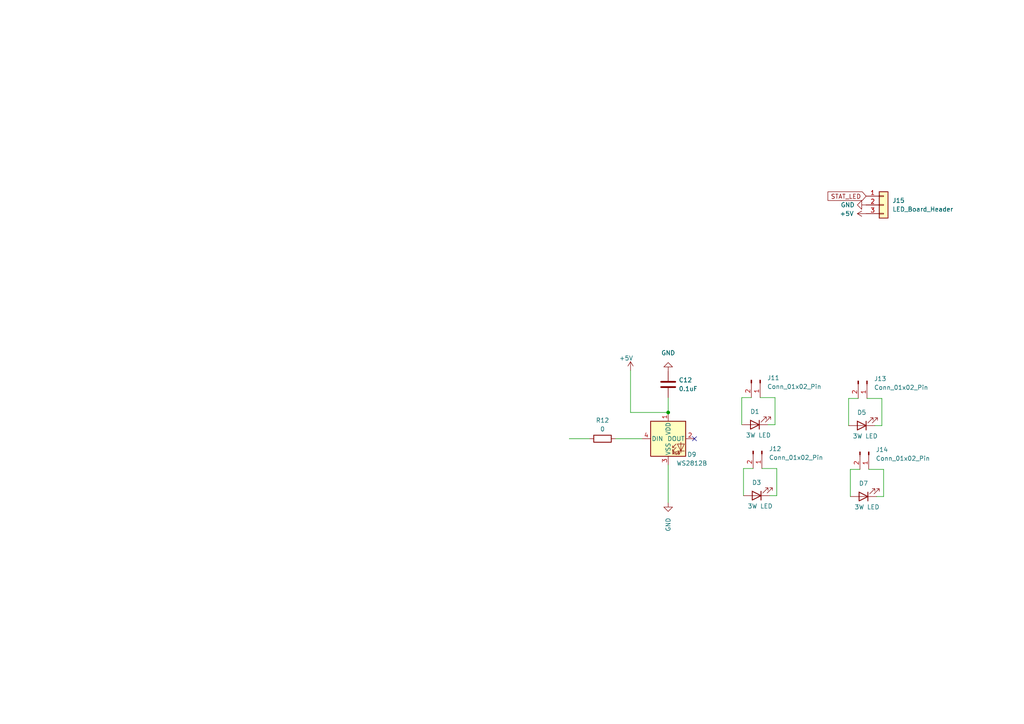
<source format=kicad_sch>
(kicad_sch (version 20230121) (generator eeschema)
  (paper "A4")
  (title_block (title "OpenActionCam") (date "2025-04-10") (rev "0.2") (company "KBader94") (comment 1 "https://github.com/kbader94/OpenActionCam"))
  (lib_symbols
    (symbol "+5V_1" (power) (pin_names (offset 0))
      (property "Value" "+5V_1" (at 0 3.556 0))
      (symbol "+5V_1_0_1"
        (polyline (pts (xy -0.762 1.27) (xy 0 2.54)))
        (polyline (pts (xy 0 0) (xy 0 2.54)))
        (polyline (pts (xy 0 2.54) (xy 0.762 1.27)))
      )
      (symbol "+5V_1_1_1"
        (pin power_in line (at 0 0 90) (length 0) hide (name "+5V") (number "1"))
      )
    )
    (symbol "Connector:Conn_01x02_Pin" (pin_names (offset 1.016) hide)
      (property "Reference" "J" (at 0 2.54 0))
      (property "Value" "Conn_01x02_Pin" (at 0 -5.08 0))
      (symbol "Conn_01x02_Pin_1_1"
        (polyline (pts (xy 1.27 -2.54) (xy 0.8636 -2.54)) (stroke (width 0.1524)))
        (polyline (pts (xy 1.27 0) (xy 0.8636 0)) (stroke (width 0.1524)))
        (rectangle (start 0.8636 -2.413) (end 0 -2.667) (stroke (width 0.1524)) (fill (type outline)))
        (rectangle (start 0.8636 0.127) (end 0 -0.127) (stroke (width 0.1524)) (fill (type outline)))
        (pin passive line (at 5.08 0 180) (length 3.81) (name "Pin_1") (number "1"))
        (pin passive line (at 5.08 -2.54 180) (length 3.81) (name "Pin_2") (number "2"))
      )
    )
    (symbol "Connector_Generic:Conn_01x03" (pin_names (offset 1.016) hide)
      (property "Reference" "J" (at 0 5.08 0))
      (property "Value" "Conn_01x03" (at 0 -5.08 0))
      (symbol "Conn_01x03_1_1"
        (rectangle (start -1.27 -2.413) (end 0 -2.667) (stroke (width 0.1524)))
        (rectangle (start -1.27 0.127) (end 0 -0.127) (stroke (width 0.1524)))
        (rectangle (start -1.27 2.667) (end 0 2.413) (stroke (width 0.1524)))
        (rectangle (start -1.27 3.81) (end 1.27 -3.81) (stroke (width 0.254)) (fill (type background)))
        (pin passive line (at -5.08 2.54 0) (length 3.81) (name "Pin_1") (number "1"))
        (pin passive line (at -5.08 0 0) (length 3.81) (name "Pin_2") (number "2"))
        (pin passive line (at -5.08 -2.54 0) (length 3.81) (name "Pin_3") (number "3"))
      )
    )
    (symbol "Device:C" (pin_numbers hide) (pin_names (offset 0.254))
      (property "Reference" "C" (at 0.635 2.54 0))
      (property "Value" "C" (at 0.635 -2.54 0))
      (symbol "C_0_1"
        (polyline (pts (xy -2.032 -0.762) (xy 2.032 -0.762)) (stroke (width 0.508)))
        (polyline (pts (xy -2.032 0.762) (xy 2.032 0.762)) (stroke (width 0.508)))
      )
      (symbol "C_1_1"
        (pin passive line (at 0 3.81 270) (length 2.794) (name "~") (number "1"))
        (pin passive line (at 0 -3.81 90) (length 2.794) (name "~") (number "2"))
      )
    )
    (symbol "Device:LED" (pin_numbers hide) (pin_names (offset 1.016) hide)
      (property "Reference" "D" (at 0 2.54 0))
      (property "Value" "LED" (at 0 -2.54 0))
      (symbol "LED_0_1"
        (polyline (pts (xy -1.27 -1.27) (xy -1.27 1.27)) (stroke (width 0.254)))
        (polyline (pts (xy -1.27 0) (xy 1.27 0)))
        (polyline (pts (xy 1.27 -1.27) (xy 1.27 1.27) (xy -1.27 0) (xy 1.27 -1.27)) (stroke (width 0.254)))
        (polyline (pts (xy -3.048 -0.762) (xy -4.572 -2.286) (xy -3.81 -2.286) (xy -4.572 -2.286) (xy -4.572 -1.524)))
        (polyline (pts (xy -1.778 -0.762) (xy -3.302 -2.286) (xy -2.54 -2.286) (xy -3.302 -2.286) (xy -3.302 -1.524)))
      )
      (symbol "LED_1_1"
        (pin passive line (at -3.81 0 0) (length 2.54) (name "K") (number "1"))
        (pin passive line (at 3.81 0 180) (length 2.54) (name "A") (number "2"))
      )
    )
    (symbol "Device:R" (pin_numbers hide) (pin_names (offset 0))
      (property "Reference" "R" (at 2.032 0 90))
      (property "Value" "R" (at 0 0 90))
      (symbol "R_0_1"
        (rectangle (start -1.016 -2.54) (end 1.016 2.54) (stroke (width 0.254)))
      )
      (symbol "R_1_1"
        (pin passive line (at 0 3.81 270) (length 1.27) (name "~") (number "1"))
        (pin passive line (at 0 -3.81 90) (length 1.27) (name "~") (number "2"))
      )
    )
    (symbol "LED:WS2812B" (pin_names (offset 0.254))
      (property "Reference" "D" (at 5.08 5.715 0))
      (property "Value" "WS2812B" (at 1.27 -5.715 0))
      (symbol "WS2812B_0_0"
        (text "RGB" (at 2.286 -4.191 0) (effects (font (size 0.762 0.762))))
      )
      (symbol "WS2812B_0_1"
        (polyline (pts (xy 1.27 -3.556) (xy 1.778 -3.556)))
        (polyline (pts (xy 1.27 -2.54) (xy 1.778 -2.54)))
        (polyline (pts (xy 4.699 -3.556) (xy 2.667 -3.556)))
        (polyline (pts (xy 2.286 -2.54) (xy 1.27 -3.556) (xy 1.27 -3.048)))
        (polyline (pts (xy 2.286 -1.524) (xy 1.27 -2.54) (xy 1.27 -2.032)))
        (polyline (pts (xy 3.683 -1.016) (xy 3.683 -3.556) (xy 3.683 -4.064)))
        (polyline (pts (xy 4.699 -1.524) (xy 2.667 -1.524) (xy 3.683 -3.556) (xy 4.699 -1.524)))
        (rectangle (start 5.08 5.08) (end -5.08 -5.08) (stroke (width 0.254)) (fill (type background)))
      )
      (symbol "WS2812B_1_1"
        (pin power_in line (at 0 7.62 270) (length 2.54) (name "VDD") (number "1"))
        (pin output line (at 7.62 0 180) (length 2.54) (name "DOUT") (number "2"))
        (pin power_in line (at 0 -7.62 90) (length 2.54) (name "VSS") (number "3"))
        (pin input line (at -7.62 0 0) (length 2.54) (name "DIN") (number "4"))
      )
    )
    (symbol "power:+5V" (power) (pin_names (offset 0))
      (property "Value" "+5V" (at 0 3.556 0))
      (symbol "+5V_0_1"
        (polyline (pts (xy -0.762 1.27) (xy 0 2.54)))
        (polyline (pts (xy 0 0) (xy 0 2.54)))
        (polyline (pts (xy 0 2.54) (xy 0.762 1.27)))
      )
      (symbol "+5V_1_1"
        (pin power_in line (at 0 0 90) (length 0) hide (name "+5V") (number "1"))
      )
    )
    (symbol "power:GND" (power) (pin_names (offset 0))
      (property "Value" "GND" (at 0 -3.81 0))
      (symbol "GND_0_1"
        (polyline (pts (xy 0 0) (xy 0 -1.27) (xy 1.27 -1.27) (xy 0 -2.54) (xy -1.27 -1.27) (xy 0 -1.27)))
      )
      (symbol "GND_1_1"
        (pin power_in line (at 0 0 270) (length 0) hide (name "GND") (number "1"))
      )
    )
  )
  (junction (at 193.802 119.634))
  (no_connect (at 201.422 127.254))
  (wire (pts (xy 165.1 127.254) (xy 170.942 127.254)))
  (wire (pts (xy 218.44 135.89) (xy 215.646 135.89)))
  (wire (pts (xy 225.298 143.764) (xy 223.266 143.764)))
  (wire (pts (xy 215.138 115.316) (xy 215.138 123.19)))
  (wire (pts (xy 246.126 115.57) (xy 246.126 123.444)))
  (wire (pts (xy 224.79 115.316) (xy 224.79 123.19)))
  (wire (pts (xy 220.98 135.89) (xy 225.298 135.89)))
  (wire (pts (xy 182.88 119.634) (xy 193.802 119.634)))
  (wire (pts (xy 248.92 115.57) (xy 246.126 115.57)))
  (wire (pts (xy 215.646 135.89) (xy 215.646 143.764)))
  (wire (pts (xy 225.298 135.89) (xy 225.298 143.764)))
  (wire (pts (xy 220.472 115.316) (xy 224.79 115.316)))
  (wire (pts (xy 193.802 134.874) (xy 193.802 145.796)))
  (wire (pts (xy 246.634 136.144) (xy 246.634 144.018)))
  (wire (pts (xy 193.802 115.316) (xy 193.802 119.634)))
  (wire (pts (xy 178.562 127.254) (xy 186.182 127.254)))
  (wire (pts (xy 251.968 136.144) (xy 256.286 136.144)))
  (wire (pts (xy 255.778 123.444) (xy 253.746 123.444)))
  (wire (pts (xy 224.79 123.19) (xy 222.758 123.19)))
  (wire (pts (xy 251.46 115.57) (xy 255.778 115.57)))
  (wire (pts (xy 182.88 107.442) (xy 182.88 119.634)))
  (wire (pts (xy 217.932 115.316) (xy 215.138 115.316)))
  (wire (pts (xy 249.428 136.144) (xy 246.634 136.144)))
  (wire (pts (xy 255.778 115.57) (xy 255.778 123.444)))
  (wire (pts (xy 256.286 144.018) (xy 254.254 144.018)))
  (wire (pts (xy 256.286 136.144) (xy 256.286 144.018)))
  (global_label "STAT_LED" (shape input) (at 251.206 56.896 180) (property "Intersheetrefs" "${INTERSHEET_REFS}" (effects hide)))
  (symbol (lib_id "Device:LED") (at 249.936 123.444 180) (unit 1)
    (property "Reference" "D5" (at 249.936 119.634 0))
    (property "Value" "3W LED" (at 250.952 126.492 0))
    (property "Footprint" "LEDS - BEAD 3W LED:BEAD-3W-W-120-04" (effects hide))
  )
  (symbol (lib_id "power:GND") (at 193.802 107.696 180) (unit 1)
    (property "Reference" "#PWR032" (effects hide))
    (property "Value" "GND" (at 193.802 102.362 0))
  )
  (symbol (lib_name "+5V_1") (lib_id "power:+5V") (at 251.206 61.976 90) (unit 1)
    (property "Reference" "#PWR071" (effects hide))
    (property "Value" "+5V" (at 247.65 61.976 90) (effects (justify left)))
  )
  (symbol (lib_id "Device:R") (at 174.752 127.254 90) (unit 1)
    (property "Reference" "R12" (at 174.752 121.92 90))
    (property "Value" "0" (at 174.752 124.46 90))
    (property "Footprint" "Resistor_SMD:R_0603_1608Metric_Pad0.98x0.95mm_HandSolder" (effects hide))
  )
  (symbol (lib_id "Connector_Generic:Conn_01x03") (at 256.286 59.436 0) (unit 1)
    (property "Reference" "J15" (at 258.826 58.166 0) (effects (justify left)))
    (property "Value" "LED_Board_Header" (at 258.826 60.706 0) (effects (justify left)))
    (property "Footprint" "Connector_PinHeader_2.54mm:PinHeader_1x03_P2.54mm_Vertical" (effects hide))
  )
  (symbol (lib_id "Device:LED") (at 218.948 123.19 180) (unit 1)
    (property "Reference" "D1" (at 218.948 119.38 0))
    (property "Value" "3W LED" (at 219.964 126.238 0))
    (property "Footprint" "LEDS - BEAD 3W LED:BEAD-3W-W-120-04" (effects hide))
  )
  (symbol (lib_id "power:GND") (at 251.206 59.436 270) (unit 1)
    (property "Reference" "#PWR072" (effects hide))
    (property "Value" "GND" (at 247.904 59.436 90) (effects (justify right)))
  )
  (symbol (lib_id "Connector:Conn_01x02_Pin") (at 251.46 110.49 270) (unit 1)
    (property "Reference" "J13" (at 253.492 109.855 90) (effects (justify left)))
    (property "Value" "Conn_01x02_Pin" (at 253.492 112.395 90) (effects (justify left)))
    (property "Footprint" "Connector_PinHeader_2.54mm:PinHeader_1x02_P2.54mm_Vertical" (effects hide))
  )
  (symbol (lib_id "Device:LED") (at 250.444 144.018 180) (unit 1)
    (property "Reference" "D7" (at 250.444 140.208 0))
    (property "Value" "3W LED" (at 251.46 147.066 0))
    (property "Footprint" "LEDS - BEAD 3W LED:BEAD-3W-W-120-04" (effects hide))
  )
  (symbol (lib_id "Device:LED") (at 219.456 143.764 180) (unit 1)
    (property "Reference" "D3" (at 219.456 139.954 0))
    (property "Value" "3W LED" (at 220.472 146.812 0))
    (property "Footprint" "LEDS - BEAD 3W LED:BEAD-3W-W-120-04" (effects hide))
  )
  (symbol (lib_id "LED:WS2812B") (at 193.802 127.254 0) (unit 1)
    (property "Reference" "D9" (at 200.66 131.826 0))
    (property "Value" "WS2812B" (at 200.66 134.366 0))
    (property "Footprint" "LED_SMD:LED_WS2812B_PLCC4_5.0x5.0mm_P3.2mm" (effects hide))
    (property "Datasheet" "https://cdn-shop.adafruit.com/datasheets/WS2812B.pdf" (effects hide))
  )
  (symbol (lib_id "power:GND") (at 193.802 145.796 0) (unit 1)
    (property "Reference" "#PWR016" (effects hide))
    (property "Value" "GND" (at 193.802 150.114 90) (effects (justify right)))
  )
  (symbol (lib_id "power:+5V") (at 182.88 107.442 0) (unit 1)
    (property "Reference" "#PWR020" (effects hide))
    (property "Value" "+5V" (at 181.61 103.886 0))
  )
  (symbol (lib_id "Device:C") (at 193.802 111.506 0) (unit 1)
    (property "Reference" "C12" (at 196.85 110.236 0) (effects (justify left)))
    (property "Value" "0.1uF" (at 196.85 112.776 0) (effects (justify left)))
    (property "Footprint" "Capacitor_SMD:C_0603_1608Metric_Pad1.08x0.95mm_HandSolder" (effects hide))
  )
  (symbol (lib_id "Connector:Conn_01x02_Pin") (at 220.472 110.236 270) (unit 1)
    (property "Reference" "J11" (at 222.504 109.601 90) (effects (justify left)))
    (property "Value" "Conn_01x02_Pin" (at 222.504 112.141 90) (effects (justify left)))
    (property "Footprint" "Connector_PinHeader_2.54mm:PinHeader_1x02_P2.54mm_Vertical" (effects hide))
  )
  (symbol (lib_id "Connector:Conn_01x02_Pin") (at 251.968 131.064 270) (unit 1)
    (property "Reference" "J14" (at 254 130.429 90) (effects (justify left)))
    (property "Value" "Conn_01x02_Pin" (at 254 132.969 90) (effects (justify left)))
    (property "Footprint" "Connector_PinHeader_2.54mm:PinHeader_1x02_P2.54mm_Vertical" (effects hide))
  )
  (symbol (lib_id "Connector:Conn_01x02_Pin") (at 220.98 130.81 270) (unit 1)
    (property "Reference" "J12" (at 223.012 130.175 90) (effects (justify left)))
    (property "Value" "Conn_01x02_Pin" (at 223.012 132.715 90) (effects (justify left)))
    (property "Footprint" "Connector_PinHeader_2.54mm:PinHeader_1x02_P2.54mm_Vertical" (effects hide))
  )
)
</source>
